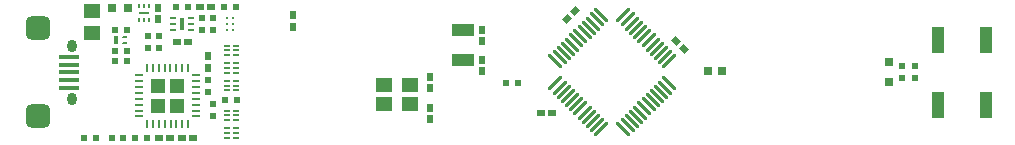
<source format=gtp>
G04*
G04 #@! TF.GenerationSoftware,Altium Limited,Altium Designer,20.1.11 (218)*
G04*
G04 Layer_Color=8421504*
%FSLAX43Y43*%
%MOMM*%
G71*
G04*
G04 #@! TF.SameCoordinates,BD5628E5-7E1B-49FB-A763-C87F1538D8A8*
G04*
G04*
G04 #@! TF.FilePolarity,Positive*
G04*
G01*
G75*
G04:AMPARAMS|DCode=22|XSize=2mm|YSize=2.1mm|CornerRadius=0.52mm|HoleSize=0mm|Usage=FLASHONLY|Rotation=270.000|XOffset=0mm|YOffset=0mm|HoleType=Round|Shape=RoundedRectangle|*
%AMROUNDEDRECTD22*
21,1,2.000,1.060,0,0,270.0*
21,1,0.960,2.100,0,0,270.0*
1,1,1.040,-0.530,-0.480*
1,1,1.040,-0.530,0.480*
1,1,1.040,0.530,0.480*
1,1,1.040,0.530,-0.480*
%
%ADD22ROUNDEDRECTD22*%
G04:AMPARAMS|DCode=23|XSize=1.05mm|YSize=0.84mm|CornerRadius=0.42mm|HoleSize=0mm|Usage=FLASHONLY|Rotation=270.000|XOffset=0mm|YOffset=0mm|HoleType=Round|Shape=RoundedRectangle|*
%AMROUNDEDRECTD23*
21,1,1.050,0.000,0,0,270.0*
21,1,0.210,0.840,0,0,270.0*
1,1,0.840,0.000,-0.105*
1,1,0.840,0.000,0.105*
1,1,0.840,0.000,0.105*
1,1,0.840,0.000,-0.105*
%
%ADD23ROUNDEDRECTD23*%
%ADD24O,0.559X0.178*%
%ADD25O,0.203X0.483*%
%ADD26O,0.508X0.229*%
%ADD27R,1.150X1.150*%
%ADD28R,1.400X1.150*%
%ADD29R,1.900X1.100*%
%ADD30R,1.700X0.350*%
%ADD31R,1.000X2.250*%
%ADD32C,0.250*%
%ADD33R,0.300X1.060*%
%ADD34R,0.600X0.250*%
%ADD35R,0.900X0.240*%
%ADD36O,0.220X0.790*%
%ADD37O,0.790X0.220*%
G04:AMPARAMS|DCode=38|XSize=0.3mm|YSize=1.65mm|CornerRadius=0mm|HoleSize=0mm|Usage=FLASHONLY|Rotation=225.000|XOffset=0mm|YOffset=0mm|HoleType=Round|Shape=Round|*
%AMOVALD38*
21,1,1.350,0.300,0.000,0.000,315.0*
1,1,0.300,-0.477,0.477*
1,1,0.300,0.477,-0.477*
%
%ADD38OVALD38*%

G04:AMPARAMS|DCode=39|XSize=0.3mm|YSize=1.65mm|CornerRadius=0mm|HoleSize=0mm|Usage=FLASHONLY|Rotation=135.000|XOffset=0mm|YOffset=0mm|HoleType=Round|Shape=Round|*
%AMOVALD39*
21,1,1.350,0.300,0.000,0.000,225.0*
1,1,0.300,0.477,0.477*
1,1,0.300,-0.477,-0.477*
%
%ADD39OVALD39*%

%ADD40R,0.400X0.700*%
%ADD41R,0.800X0.800*%
%ADD42R,0.600X0.500*%
%ADD43R,0.600X0.550*%
%ADD44R,1.350X1.200*%
%ADD45R,0.800X0.650*%
%ADD46R,0.500X0.650*%
%ADD47R,0.762X0.762*%
%ADD48R,0.550X0.600*%
G04:AMPARAMS|DCode=49|XSize=0.5mm|YSize=0.65mm|CornerRadius=0mm|HoleSize=0mm|Usage=FLASHONLY|Rotation=225.000|XOffset=0mm|YOffset=0mm|HoleType=Round|Shape=Rectangle|*
%AMROTATEDRECTD49*
4,1,4,-0.053,0.407,0.407,-0.053,0.053,-0.407,-0.407,0.053,-0.053,0.407,0.0*
%
%ADD49ROTATEDRECTD49*%

G04:AMPARAMS|DCode=50|XSize=0.5mm|YSize=0.65mm|CornerRadius=0mm|HoleSize=0mm|Usage=FLASHONLY|Rotation=135.000|XOffset=0mm|YOffset=0mm|HoleType=Round|Shape=Rectangle|*
%AMROTATEDRECTD50*
4,1,4,0.407,0.053,-0.053,-0.407,-0.407,-0.053,0.053,0.407,0.407,0.053,0.0*
%
%ADD50ROTATEDRECTD50*%

%ADD51R,0.650X0.500*%
D22*
X2150Y13900D02*
D03*
Y6420D02*
D03*
D23*
X5050Y12385D02*
D03*
Y7935D02*
D03*
D24*
X18914Y9426D02*
D03*
Y9025D02*
D03*
Y8624D02*
D03*
X18164D02*
D03*
Y9426D02*
D03*
Y9025D02*
D03*
X18914Y10926D02*
D03*
Y10525D02*
D03*
Y10124D02*
D03*
X18164D02*
D03*
Y10926D02*
D03*
Y10525D02*
D03*
X18914Y5426D02*
D03*
Y5025D02*
D03*
Y4624D02*
D03*
X18164D02*
D03*
Y5426D02*
D03*
Y5025D02*
D03*
X18914Y6926D02*
D03*
Y6525D02*
D03*
Y6124D02*
D03*
X18164D02*
D03*
Y6926D02*
D03*
Y6525D02*
D03*
X18914Y12426D02*
D03*
Y12025D02*
D03*
Y11624D02*
D03*
X18164D02*
D03*
Y12426D02*
D03*
Y12025D02*
D03*
D25*
X11139Y15797D02*
D03*
Y14603D02*
D03*
X10727D02*
D03*
Y15797D02*
D03*
X11551Y14603D02*
D03*
Y15797D02*
D03*
D26*
X9550Y13125D02*
D03*
Y12625D02*
D03*
D27*
X13955Y8994D02*
D03*
X13955Y7344D02*
D03*
X12305Y8994D02*
D03*
X12305Y7344D02*
D03*
D28*
X31444Y9061D02*
D03*
X33644D02*
D03*
Y7461D02*
D03*
X31444D02*
D03*
D29*
X38125Y11203D02*
D03*
Y13703D02*
D03*
D30*
X4830Y8860D02*
D03*
Y9510D02*
D03*
Y10160D02*
D03*
Y10810D02*
D03*
Y11460D02*
D03*
D31*
X78391Y12910D02*
D03*
Y7410D02*
D03*
X82391D02*
D03*
Y12910D02*
D03*
D32*
X18702Y13775D02*
D03*
X18202D02*
D03*
X18702Y14275D02*
D03*
X18202D02*
D03*
X18702Y14775D02*
D03*
X18202D02*
D03*
D33*
X14365Y14225D02*
D03*
D34*
X15115Y13725D02*
D03*
Y14225D02*
D03*
Y14725D02*
D03*
X13615Y13725D02*
D03*
Y14225D02*
D03*
Y14725D02*
D03*
D35*
X11139Y15200D02*
D03*
D36*
X14880Y5784D02*
D03*
X14384Y5787D02*
D03*
X13884D02*
D03*
X13384D02*
D03*
X12884D02*
D03*
X12384D02*
D03*
X11884D02*
D03*
X11384D02*
D03*
X11376Y10556D02*
D03*
X11876D02*
D03*
X12376D02*
D03*
X12876D02*
D03*
X13376D02*
D03*
X13876D02*
D03*
X14376D02*
D03*
X14876D02*
D03*
D37*
X10740Y6424D02*
D03*
Y6924D02*
D03*
Y7424D02*
D03*
Y7924D02*
D03*
Y8424D02*
D03*
Y8924D02*
D03*
Y9424D02*
D03*
Y9924D02*
D03*
X15520Y6424D02*
D03*
Y6924D02*
D03*
Y7424D02*
D03*
Y7924D02*
D03*
Y8424D02*
D03*
Y8924D02*
D03*
Y9424D02*
D03*
Y9924D02*
D03*
D38*
X51737Y5334D02*
D03*
X52090Y5688D02*
D03*
X52444Y6041D02*
D03*
X52798Y6395D02*
D03*
X53151Y6748D02*
D03*
X53505Y7102D02*
D03*
X53858Y7455D02*
D03*
X54212Y7809D02*
D03*
X54565Y8162D02*
D03*
X54919Y8516D02*
D03*
X55272Y8870D02*
D03*
X55626Y9223D02*
D03*
X49863Y14986D02*
D03*
X49510Y14632D02*
D03*
X49156Y14279D02*
D03*
X48802Y13925D02*
D03*
X48449Y13572D02*
D03*
X48095Y13218D02*
D03*
X47742Y12865D02*
D03*
X47388Y12511D02*
D03*
X47035Y12158D02*
D03*
X46681Y11804D02*
D03*
X46328Y11450D02*
D03*
X45974Y11097D02*
D03*
D39*
X55626D02*
D03*
X55272Y11450D02*
D03*
X54919Y11804D02*
D03*
X54565Y12158D02*
D03*
X54212Y12511D02*
D03*
X53858Y12865D02*
D03*
X53505Y13218D02*
D03*
X53151Y13572D02*
D03*
X52798Y13925D02*
D03*
X52444Y14279D02*
D03*
X52090Y14632D02*
D03*
X51737Y14986D02*
D03*
X45974Y9223D02*
D03*
X46328Y8870D02*
D03*
X46681Y8516D02*
D03*
X47035Y8162D02*
D03*
X47388Y7809D02*
D03*
X47742Y7455D02*
D03*
X48095Y7102D02*
D03*
X48449Y6748D02*
D03*
X48802Y6395D02*
D03*
X49156Y6041D02*
D03*
X49510Y5688D02*
D03*
X49863Y5334D02*
D03*
D40*
X8800Y12875D02*
D03*
D41*
X74221Y9356D02*
D03*
Y11006D02*
D03*
D42*
X6071Y4600D02*
D03*
X7071D02*
D03*
D43*
X9675Y11968D02*
D03*
X8675D02*
D03*
X41825Y9244D02*
D03*
X42825D02*
D03*
X9675Y11112D02*
D03*
X8675D02*
D03*
X8390Y4575D02*
D03*
X9390D02*
D03*
X8675Y13775D02*
D03*
X9675D02*
D03*
X14865Y15725D02*
D03*
X13865D02*
D03*
X17952D02*
D03*
X18952D02*
D03*
X11390Y4575D02*
D03*
X10390D02*
D03*
X19039Y7775D02*
D03*
X18039D02*
D03*
D44*
X6750Y13477D02*
D03*
Y15377D02*
D03*
D45*
X58918Y10301D02*
D03*
X60118D02*
D03*
D46*
X35321Y6189D02*
D03*
Y7139D02*
D03*
X39749Y10235D02*
D03*
Y11185D02*
D03*
Y12771D02*
D03*
Y13721D02*
D03*
X23790Y14035D02*
D03*
Y14985D02*
D03*
X16540Y10550D02*
D03*
Y11500D02*
D03*
X12339Y14675D02*
D03*
Y15625D02*
D03*
X35321Y9793D02*
D03*
Y8843D02*
D03*
D47*
X9816Y15597D02*
D03*
X8419D02*
D03*
D48*
X76405Y9656D02*
D03*
Y10656D02*
D03*
X75300Y9656D02*
D03*
Y10656D02*
D03*
X12389Y12250D02*
D03*
Y13250D02*
D03*
X16540Y8474D02*
D03*
Y9474D02*
D03*
X16940Y13775D02*
D03*
Y14775D02*
D03*
X16040Y13775D02*
D03*
Y14775D02*
D03*
X11439Y13250D02*
D03*
Y12250D02*
D03*
X16940Y7499D02*
D03*
Y6499D02*
D03*
D49*
X56878Y12136D02*
D03*
X56207Y12808D02*
D03*
D50*
X46990Y14707D02*
D03*
X47662Y15379D02*
D03*
D51*
X44775Y6750D02*
D03*
X45725D02*
D03*
X14845Y12750D02*
D03*
X13895D02*
D03*
X16815Y15725D02*
D03*
X15865D02*
D03*
X12390Y4575D02*
D03*
X13340D02*
D03*
X14340D02*
D03*
X15290D02*
D03*
M02*

</source>
